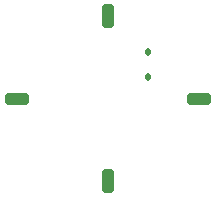
<source format=gbp>
%TF.GenerationSoftware,KiCad,Pcbnew,7.0.7*%
%TF.CreationDate,2023-11-04T12:16:01+01:00*%
%TF.ProjectId,amoeba-ulp,616d6f65-6261-42d7-956c-702e6b696361,rev?*%
%TF.SameCoordinates,Original*%
%TF.FileFunction,Paste,Bot*%
%TF.FilePolarity,Positive*%
%FSLAX46Y46*%
G04 Gerber Fmt 4.6, Leading zero omitted, Abs format (unit mm)*
G04 Created by KiCad (PCBNEW 7.0.7) date 2023-11-04 12:16:01*
%MOMM*%
%LPD*%
G01*
G04 APERTURE LIST*
G04 Aperture macros list*
%AMRoundRect*
0 Rectangle with rounded corners*
0 $1 Rounding radius*
0 $2 $3 $4 $5 $6 $7 $8 $9 X,Y pos of 4 corners*
0 Add a 4 corners polygon primitive as box body*
4,1,4,$2,$3,$4,$5,$6,$7,$8,$9,$2,$3,0*
0 Add four circle primitives for the rounded corners*
1,1,$1+$1,$2,$3*
1,1,$1+$1,$4,$5*
1,1,$1+$1,$6,$7*
1,1,$1+$1,$8,$9*
0 Add four rect primitives between the rounded corners*
20,1,$1+$1,$2,$3,$4,$5,0*
20,1,$1+$1,$4,$5,$6,$7,0*
20,1,$1+$1,$6,$7,$8,$9,0*
20,1,$1+$1,$8,$9,$2,$3,0*%
G04 Aperture macros list end*
%ADD10RoundRect,0.250000X0.250000X0.750000X-0.250000X0.750000X-0.250000X-0.750000X0.250000X-0.750000X0*%
%ADD11RoundRect,0.250000X0.750000X-0.250000X0.750000X0.250000X-0.750000X0.250000X-0.750000X-0.250000X0*%
%ADD12RoundRect,0.112500X0.112500X-0.187500X0.112500X0.187500X-0.112500X0.187500X-0.112500X-0.187500X0*%
G04 APERTURE END LIST*
D10*
%TO.C,C*%
X107100000Y-113400000D03*
%TD*%
D11*
%TO.C,R*%
X99400000Y-106400000D03*
%TD*%
D10*
%TO.C,C*%
X107100000Y-99400000D03*
%TD*%
D11*
%TO.C,R*%
X114800000Y-106400000D03*
%TD*%
D12*
%TO.C,D1*%
X110500000Y-102450000D03*
X110500000Y-104550000D03*
%TD*%
M02*

</source>
